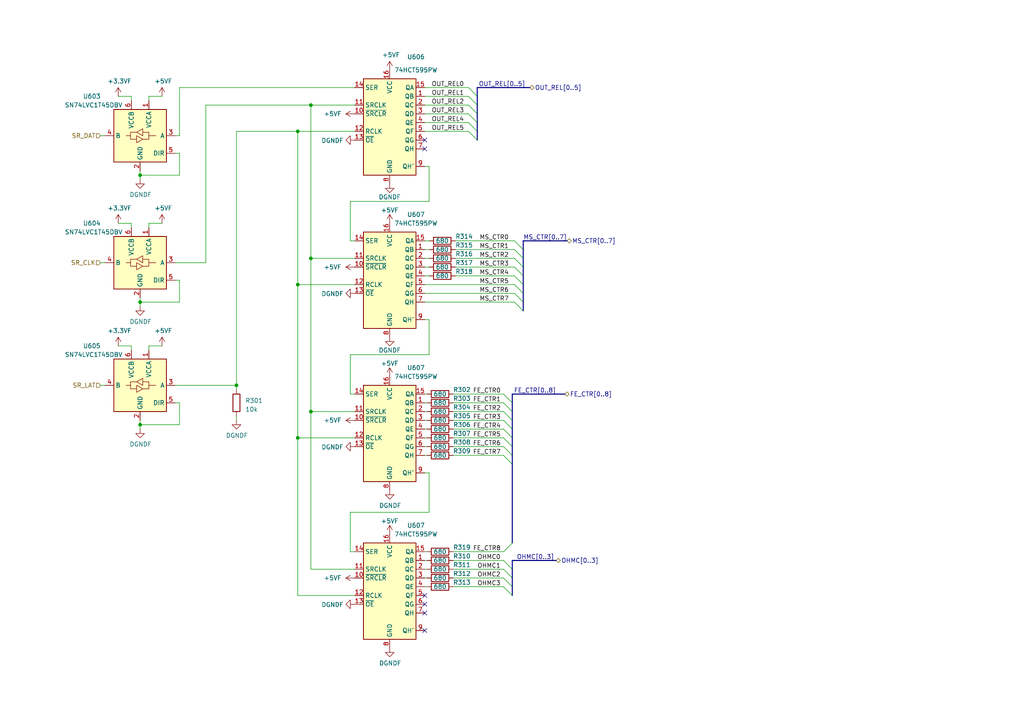
<source format=kicad_sch>
(kicad_sch (version 20230121) (generator eeschema)
  (paper "A4")
  (lib_symbols
    (symbol "74xx:74HCT595"
      (property "Reference" "U" (at -7.62 13.97 0))
      (property "Value" "74HCT595" (at -7.62 -16.51 0))
      (symbol "74HCT595_1_0"
        (pin tri_state line (at 10.16 7.62 180) (length 2.54) (name "QB") (number "1"))
        (pin input line (at -10.16 2.54 0) (length 2.54) (name "~{SRCLR}") (number "10"))
        (pin input line (at -10.16 5.08 0) (length 2.54) (name "SRCLK") (number "11"))
        (pin input line (at -10.16 -2.54 0) (length 2.54) (name "RCLK") (number "12"))
        (pin input line (at -10.16 -5.08 0) (length 2.54) (name "~{OE}") (number "13"))
        (pin input line (at -10.16 10.16 0) (length 2.54) (name "SER") (number "14"))
        (pin tri_state line (at 10.16 10.16 180) (length 2.54) (name "QA") (number "15"))
        (pin power_in line (at 0 15.24 270) (length 2.54) (name "VCC") (number "16"))
        (pin tri_state line (at 10.16 5.08 180) (length 2.54) (name "QC") (number "2"))
        (pin tri_state line (at 10.16 2.54 180) (length 2.54) (name "QD") (number "3"))
        (pin tri_state line (at 10.16 0 180) (length 2.54) (name "QE") (number "4"))
        (pin tri_state line (at 10.16 -2.54 180) (length 2.54) (name "QF") (number "5"))
        (pin tri_state line (at 10.16 -5.08 180) (length 2.54) (name "QG") (number "6"))
        (pin tri_state line (at 10.16 -7.62 180) (length 2.54) (name "QH") (number "7"))
        (pin power_in line (at 0 -17.78 90) (length 2.54) (name "GND") (number "8"))
        (pin output line (at 10.16 -12.7 180) (length 2.54) (name "QH'") (number "9"))
      )
      (symbol "74HCT595_1_1"
        (rectangle (start -7.62 12.7) (end 7.62 -15.24) (stroke (width 0.254)) (fill (type background)))
      )
    )
    (symbol "Device:R" (pin_numbers hide) (pin_names (offset 0))
      (property "Reference" "R" (at 2.032 0 90))
      (property "Value" "R" (at 0 0 90))
      (symbol "R_0_1"
        (rectangle (start -1.016 -2.54) (end 1.016 2.54) (stroke (width 0.254)))
      )
      (symbol "R_1_1"
        (pin passive line (at 0 3.81 270) (length 1.27) (name "~") (number "1"))
        (pin passive line (at 0 -3.81 90) (length 1.27) (name "~") (number "2"))
      )
    )
    (symbol "ETH1CDMM2:+3.3VF" (power) (pin_names (offset 0))
      (property "Value" "+3.3VF" (at 0 3.556 0))
      (symbol "+3.3VF_0_1"
        (polyline (pts (xy -0.762 1.27) (xy 0 2.54)))
        (polyline (pts (xy 0 0) (xy 0 2.54)))
        (polyline (pts (xy 0 2.54) (xy 0.762 1.27)))
      )
      (symbol "+3.3VF_1_1"
        (pin power_in line (at 0 0 90) (length 0) hide (name "+3.3VF") (number "1"))
      )
    )
    (symbol "ETH1CDMM2:+5VF" (power) (pin_names (offset 0))
      (property "Value" "+5VF" (at 0 3.556 0))
      (symbol "+5VF_0_1"
        (polyline (pts (xy -0.762 1.27) (xy 0 2.54)))
        (polyline (pts (xy 0 0) (xy 0 2.54)))
        (polyline (pts (xy 0 2.54) (xy 0.762 1.27)))
      )
      (symbol "+5VF_1_1"
        (pin power_in line (at 0 0 90) (length 0) hide (name "+5VF") (number "1"))
      )
    )
    (symbol "ETH1CDMM2:DGNDF" (power) (pin_names (offset 0))
      (property "Value" "DGNDF" (at 0 -3.81 0))
      (symbol "DGNDF_0_1"
        (polyline (pts (xy 0 0) (xy 0 -1.27) (xy 1.27 -1.27) (xy 0 -2.54) (xy -1.27 -1.27) (xy 0 -1.27)))
      )
      (symbol "DGNDF_1_1"
        (pin power_in line (at 0 0 270) (length 0) hide (name "DGNDF") (number "1"))
      )
    )
    (symbol "Logic_LevelTranslator:SN74LVC1T45DBV"
      (property "Reference" "U" (at -6.35 8.89 0))
      (property "Value" "SN74LVC1T45DBV" (at 3.81 8.89 0))
      (symbol "SN74LVC1T45DBV_0_1"
        (rectangle (start -7.62 7.62) (end 7.62 -7.62) (stroke (width 0.254)) (fill (type background)))
        (polyline (pts (xy -2.54 0) (xy -2.54 1.016) (xy -0.762 1.016)))
        (polyline (pts (xy 2.794 0) (xy 2.794 -1.016) (xy 1.016 -1.016)))
        (polyline (pts (xy -0.762 -1.016) (xy -2.54 -1.016) (xy -2.54 0) (xy -4.572 0)))
        (polyline (pts (xy -0.762 0) (xy -0.762 2.032) (xy 1.016 1.016) (xy -0.762 0)))
        (polyline (pts (xy 1.016 1.016) (xy 2.794 1.016) (xy 2.794 0) (xy 4.064 0)))
        (polyline (pts (xy 1.016 0) (xy 1.016 -1.778) (xy 1.016 -2.032) (xy -0.762 -1.016) (xy 1.016 0)))
      )
      (symbol "SN74LVC1T45DBV_1_1"
        (pin power_in line (at -2.54 10.16 270) (length 2.54) (name "VCCA") (number "1"))
        (pin power_in line (at 0 -10.16 90) (length 2.54) (name "GND") (number "2"))
        (pin bidirectional line (at -10.16 0 0) (length 2.54) (name "A") (number "3"))
        (pin bidirectional line (at 10.16 0 180) (length 2.54) (name "B") (number "4"))
        (pin input line (at -10.16 -5.08 0) (length 2.54) (name "DIR") (number "5"))
        (pin power_in line (at 2.54 10.16 270) (length 2.54) (name "VCCB") (number "6"))
      )
    )
  )
  (junction (at 40.64 50.8))
  (junction (at 86.36 82.55))
  (junction (at 68.58 111.76))
  (junction (at 86.36 38.1))
  (junction (at 90.17 74.93))
  (junction (at 90.17 119.38))
  (junction (at 90.17 30.48))
  (junction (at 40.64 87.63))
  (junction (at 40.64 123.19))
  (junction (at 86.36 127))
  (no_connect (at 123.19 43.18))
  (no_connect (at 123.19 175.26))
  (no_connect (at 123.19 40.64))
  (no_connect (at 123.19 182.88))
  (no_connect (at 123.19 172.72))
  (no_connect (at 123.19 177.8))
  (bus_entry (at 146.05 114.3) (size 2.54 2.54))
  (bus_entry (at 146.05 127) (size 2.54 2.54))
  (bus_entry (at 146.05 116.84) (size 2.54 2.54))
  (bus_entry (at 146.05 119.38) (size 2.54 2.54))
  (bus_entry (at 146.05 165.1) (size 2.54 2.54))
  (bus_entry (at 149.225 72.39) (size 2.54 2.54))
  (bus_entry (at 149.225 77.47) (size 2.54 2.54))
  (bus_entry (at 146.05 129.54) (size 2.54 2.54))
  (bus_entry (at 135.89 33.02) (size 2.54 2.54))
  (bus_entry (at 135.89 30.48) (size 2.54 2.54))
  (bus_entry (at 149.225 74.93) (size 2.54 2.54))
  (bus_entry (at 149.225 69.85) (size 2.54 2.54))
  (bus_entry (at 146.05 160.02) (size 2.54 -2.54))
  (bus_entry (at 146.05 121.92) (size 2.54 2.54))
  (bus_entry (at 135.89 27.94) (size 2.54 2.54))
  (bus_entry (at 135.89 38.1) (size 2.54 2.54))
  (bus_entry (at 146.05 170.18) (size 2.54 2.54))
  (bus_entry (at 149.225 80.01) (size 2.54 2.54))
  (bus_entry (at 149.225 85.09) (size 2.54 2.54))
  (bus_entry (at 146.05 162.56) (size 2.54 2.54))
  (bus_entry (at 135.89 25.4) (size 2.54 2.54))
  (bus_entry (at 146.05 132.08) (size 2.54 2.54))
  (bus_entry (at 149.225 87.63) (size 2.54 2.54))
  (bus_entry (at 149.225 82.55) (size 2.54 2.54))
  (bus_entry (at 146.05 124.46) (size 2.54 2.54))
  (bus_entry (at 146.05 167.64) (size 2.54 2.54))
  (bus_entry (at 135.89 35.56) (size 2.54 2.54))
  (wire (pts (xy 38.1 27.94) (xy 34.29 27.94)))
  (bus (pts (xy 151.765 85.09) (xy 151.765 82.55)))
  (wire (pts (xy 101.6 69.85) (xy 101.6 58.42)))
  (wire (pts (xy 132.08 80.01) (xy 149.225 80.01)))
  (bus (pts (xy 138.43 30.48) (xy 138.43 27.94)))
  (wire (pts (xy 90.17 30.48) (xy 59.69 30.48)))
  (wire (pts (xy 52.07 25.4) (xy 52.07 39.37)))
  (wire (pts (xy 86.36 38.1) (xy 102.87 38.1)))
  (wire (pts (xy 123.19 38.1) (xy 135.89 38.1)))
  (wire (pts (xy 123.19 77.47) (xy 124.46 77.47)))
  (wire (pts (xy 40.64 86.36) (xy 40.64 87.63)))
  (wire (pts (xy 124.46 102.87) (xy 124.46 92.71)))
  (wire (pts (xy 123.19 25.4) (xy 135.89 25.4)))
  (wire (pts (xy 123.19 119.38) (xy 123.825 119.38)))
  (wire (pts (xy 29.21 111.76) (xy 30.48 111.76)))
  (bus (pts (xy 148.59 124.46) (xy 148.59 121.92)))
  (wire (pts (xy 102.87 119.38) (xy 90.17 119.38)))
  (wire (pts (xy 40.64 50.8) (xy 40.64 52.07)))
  (bus (pts (xy 148.59 170.18) (xy 148.59 167.64)))
  (wire (pts (xy 52.07 123.19) (xy 52.07 116.84)))
  (wire (pts (xy 131.445 121.92) (xy 146.05 121.92)))
  (bus (pts (xy 138.43 25.4) (xy 153.67 25.4)))
  (bus (pts (xy 148.59 121.92) (xy 148.59 119.38)))
  (wire (pts (xy 131.445 116.84) (xy 146.05 116.84)))
  (wire (pts (xy 124.46 137.16) (xy 123.19 137.16)))
  (wire (pts (xy 43.18 29.21) (xy 43.18 27.94)))
  (wire (pts (xy 101.6 160.02) (xy 101.6 148.59)))
  (wire (pts (xy 102.87 74.93) (xy 90.17 74.93)))
  (wire (pts (xy 52.07 81.28) (xy 50.8 81.28)))
  (wire (pts (xy 40.64 87.63) (xy 52.07 87.63)))
  (wire (pts (xy 68.58 120.65) (xy 68.58 121.92)))
  (wire (pts (xy 86.36 82.55) (xy 86.36 127)))
  (wire (pts (xy 132.08 72.39) (xy 149.225 72.39)))
  (wire (pts (xy 86.36 82.55) (xy 86.36 38.1)))
  (wire (pts (xy 50.8 76.2) (xy 59.69 76.2)))
  (wire (pts (xy 123.19 132.08) (xy 123.825 132.08)))
  (bus (pts (xy 138.43 33.02) (xy 138.43 30.48)))
  (wire (pts (xy 131.445 160.02) (xy 146.05 160.02)))
  (bus (pts (xy 138.43 38.1) (xy 138.43 35.56)))
  (wire (pts (xy 43.18 27.94) (xy 46.99 27.94)))
  (wire (pts (xy 131.445 124.46) (xy 146.05 124.46)))
  (wire (pts (xy 131.445 119.38) (xy 146.05 119.38)))
  (wire (pts (xy 50.8 111.76) (xy 68.58 111.76)))
  (bus (pts (xy 148.59 172.72) (xy 148.59 170.18)))
  (bus (pts (xy 148.59 114.3) (xy 163.83 114.3)))
  (wire (pts (xy 29.21 76.2) (xy 30.48 76.2)))
  (bus (pts (xy 148.59 132.08) (xy 148.59 129.54)))
  (wire (pts (xy 123.19 114.3) (xy 123.825 114.3)))
  (wire (pts (xy 123.19 121.92) (xy 123.825 121.92)))
  (wire (pts (xy 123.19 82.55) (xy 149.225 82.55)))
  (wire (pts (xy 123.19 170.18) (xy 123.825 170.18)))
  (bus (pts (xy 148.59 127) (xy 148.59 124.46)))
  (wire (pts (xy 102.87 114.3) (xy 101.6 114.3)))
  (wire (pts (xy 38.1 100.33) (xy 34.29 100.33)))
  (wire (pts (xy 124.46 148.59) (xy 124.46 137.16)))
  (wire (pts (xy 59.69 30.48) (xy 59.69 76.2)))
  (bus (pts (xy 148.59 129.54) (xy 148.59 127)))
  (bus (pts (xy 148.59 162.56) (xy 161.29 162.56)))
  (wire (pts (xy 102.87 82.55) (xy 86.36 82.55)))
  (wire (pts (xy 40.64 87.63) (xy 40.64 88.9)))
  (bus (pts (xy 151.765 80.01) (xy 151.765 77.47)))
  (wire (pts (xy 40.64 50.8) (xy 52.07 50.8)))
  (wire (pts (xy 43.18 64.77) (xy 46.99 64.77)))
  (wire (pts (xy 102.87 160.02) (xy 101.6 160.02)))
  (wire (pts (xy 123.19 116.84) (xy 123.825 116.84)))
  (wire (pts (xy 38.1 64.77) (xy 34.29 64.77)))
  (wire (pts (xy 123.19 35.56) (xy 135.89 35.56)))
  (bus (pts (xy 151.765 72.39) (xy 151.765 69.85)))
  (wire (pts (xy 43.18 101.6) (xy 43.18 100.33)))
  (bus (pts (xy 151.765 77.47) (xy 151.765 74.93)))
  (bus (pts (xy 148.59 134.62) (xy 148.59 157.48)))
  (wire (pts (xy 102.87 172.72) (xy 86.36 172.72)))
  (wire (pts (xy 131.445 167.64) (xy 146.05 167.64)))
  (wire (pts (xy 38.1 101.6) (xy 38.1 100.33)))
  (bus (pts (xy 148.59 167.64) (xy 148.59 165.1)))
  (wire (pts (xy 52.07 50.8) (xy 52.07 44.45)))
  (bus (pts (xy 138.43 40.64) (xy 138.43 38.1)))
  (wire (pts (xy 123.19 33.02) (xy 135.89 33.02)))
  (wire (pts (xy 90.17 74.93) (xy 90.17 119.38)))
  (bus (pts (xy 138.43 35.56) (xy 138.43 33.02)))
  (wire (pts (xy 38.1 66.04) (xy 38.1 64.77)))
  (wire (pts (xy 124.46 48.26) (xy 123.19 48.26)))
  (wire (pts (xy 40.64 49.53) (xy 40.64 50.8)))
  (wire (pts (xy 123.19 127) (xy 123.825 127)))
  (bus (pts (xy 148.59 119.38) (xy 148.59 116.84)))
  (wire (pts (xy 124.46 92.71) (xy 123.19 92.71)))
  (wire (pts (xy 52.07 44.45) (xy 50.8 44.45)))
  (wire (pts (xy 123.19 167.64) (xy 123.825 167.64)))
  (bus (pts (xy 151.765 74.93) (xy 151.765 72.39)))
  (wire (pts (xy 86.36 127) (xy 86.36 172.72)))
  (wire (pts (xy 40.64 121.92) (xy 40.64 123.19)))
  (wire (pts (xy 131.445 170.18) (xy 146.05 170.18)))
  (wire (pts (xy 52.07 87.63) (xy 52.07 81.28)))
  (wire (pts (xy 102.87 69.85) (xy 101.6 69.85)))
  (wire (pts (xy 123.19 87.63) (xy 149.225 87.63)))
  (wire (pts (xy 131.445 114.3) (xy 146.05 114.3)))
  (wire (pts (xy 123.19 80.01) (xy 124.46 80.01)))
  (wire (pts (xy 52.07 116.84) (xy 50.8 116.84)))
  (wire (pts (xy 123.19 160.02) (xy 123.825 160.02)))
  (bus (pts (xy 151.765 69.85) (xy 164.465 69.85)))
  (wire (pts (xy 123.19 69.85) (xy 124.46 69.85)))
  (wire (pts (xy 123.19 165.1) (xy 123.825 165.1)))
  (bus (pts (xy 148.59 134.62) (xy 148.59 132.08)))
  (wire (pts (xy 43.18 66.04) (xy 43.18 64.77)))
  (wire (pts (xy 132.08 74.93) (xy 149.225 74.93)))
  (wire (pts (xy 90.17 30.48) (xy 90.17 74.93)))
  (bus (pts (xy 148.59 165.1) (xy 148.59 162.56)))
  (wire (pts (xy 132.08 69.85) (xy 149.225 69.85)))
  (wire (pts (xy 90.17 30.48) (xy 102.87 30.48)))
  (wire (pts (xy 101.6 114.3) (xy 101.6 102.87)))
  (wire (pts (xy 123.19 162.56) (xy 123.825 162.56)))
  (wire (pts (xy 123.19 85.09) (xy 149.225 85.09)))
  (bus (pts (xy 138.43 27.94) (xy 138.43 25.4)))
  (wire (pts (xy 86.36 38.1) (xy 68.58 38.1)))
  (wire (pts (xy 131.445 127) (xy 146.05 127)))
  (wire (pts (xy 102.87 165.1) (xy 90.17 165.1)))
  (wire (pts (xy 101.6 58.42) (xy 124.46 58.42)))
  (wire (pts (xy 40.64 123.19) (xy 52.07 123.19)))
  (wire (pts (xy 52.07 39.37) (xy 50.8 39.37)))
  (bus (pts (xy 148.59 116.84) (xy 148.59 114.3)))
  (wire (pts (xy 123.19 72.39) (xy 124.46 72.39)))
  (wire (pts (xy 124.46 58.42) (xy 124.46 48.26)))
  (wire (pts (xy 101.6 148.59) (xy 124.46 148.59)))
  (bus (pts (xy 151.765 87.63) (xy 151.765 85.09)))
  (bus (pts (xy 151.765 90.17) (xy 151.765 87.63)))
  (wire (pts (xy 68.58 111.76) (xy 68.58 113.03)))
  (wire (pts (xy 131.445 165.1) (xy 146.05 165.1)))
  (wire (pts (xy 40.64 123.19) (xy 40.64 124.46)))
  (wire (pts (xy 38.1 29.21) (xy 38.1 27.94)))
  (wire (pts (xy 68.58 38.1) (xy 68.58 111.76)))
  (wire (pts (xy 123.19 30.48) (xy 135.89 30.48)))
  (wire (pts (xy 101.6 102.87) (xy 124.46 102.87)))
  (wire (pts (xy 131.445 162.56) (xy 146.05 162.56)))
  (wire (pts (xy 131.445 129.54) (xy 146.05 129.54)))
  (wire (pts (xy 123.19 129.54) (xy 123.825 129.54)))
  (wire (pts (xy 90.17 119.38) (xy 90.17 165.1)))
  (wire (pts (xy 43.18 100.33) (xy 46.99 100.33)))
  (wire (pts (xy 132.08 77.47) (xy 149.225 77.47)))
  (wire (pts (xy 102.87 25.4) (xy 52.07 25.4)))
  (wire (pts (xy 123.19 124.46) (xy 123.825 124.46)))
  (wire (pts (xy 131.445 132.08) (xy 146.05 132.08)))
  (wire (pts (xy 123.19 27.94) (xy 135.89 27.94)))
  (wire (pts (xy 123.19 74.93) (xy 124.46 74.93)))
  (wire (pts (xy 29.21 39.37) (xy 30.48 39.37)))
  (bus (pts (xy 151.765 82.55) (xy 151.765 80.01)))
  (wire (pts (xy 102.87 127) (xy 86.36 127)))
  (label "OHMC[0..3]" (at 149.86 162.56 0))
  (label "MS_CTR4" (at 139.065 80.01 0))
  (label "OHMC3" (at 138.43 170.18 0))
  (label "FE_CTR[0..8]" (at 161.29 114.3 180))
  (label "FE_CTR6" (at 137.16 129.54 0))
  (label "OUT_REL3" (at 134.62 33.02 180))
  (label "FE_CTR1" (at 137.16 116.84 0))
  (label "OHMC1" (at 138.43 165.1 0))
  (label "MS_CTR5" (at 139.065 82.55 0))
  (label "OUT_REL5" (at 134.62 38.1 180))
  (label "MS_CTR1" (at 139.065 72.39 0))
  (label "FE_CTR3" (at 137.16 121.92 0))
  (label "OUT_REL2" (at 134.62 30.48 180))
  (label "OUT_REL[0..5]" (at 152.4 25.4 180))
  (label "MS_CTR3" (at 139.065 77.47 0))
  (label "MS_CTR0" (at 139.065 69.85 0))
  (label "MS_CTR6" (at 139.065 85.09 0))
  (label "FE_CTR8" (at 137.16 160.02 0))
  (label "OHMC2" (at 138.43 167.64 0))
  (label "OUT_REL1" (at 134.62 27.94 180))
  (label "OUT_REL0" (at 134.62 25.4 180))
  (label "FE_CTR7" (at 137.16 132.08 0))
  (label "FE_CTR0" (at 137.16 114.3 0))
  (label "FE_CTR4" (at 137.16 124.46 0))
  (label "MS_CTR2" (at 139.065 74.93 0))
  (label "FE_CTR5" (at 137.16 127 0))
  (label "MS_CTR7" (at 139.065 87.63 0))
  (label "OHMC0" (at 138.43 162.56 0))
  (label "FE_CTR2" (at 137.16 119.38 0))
  (label "OUT_REL4" (at 134.62 35.56 180))
  (label "MS_CTR[0..7]" (at 164.465 69.85 180))
  (hierarchical_label "OUT_REL[0..5]" (shape bidirectional) (at 153.67 25.4 0))
  (hierarchical_label "SR_CLK" (shape input) (at 29.21 76.2 180))
  (hierarchical_label "SR_LAT" (shape input) (at 29.21 111.76 180))
  (hierarchical_label "OHMC[0..3]" (shape bidirectional) (at 161.29 162.56 0))
  (hierarchical_label "SR_DAT" (shape input) (at 29.21 39.37 180))
  (hierarchical_label "MS_CTR[0..7]" (shape bidirectional) (at 164.465 69.85 0))
  (hierarchical_label "FE_CTR[0..8]" (shape bidirectional) (at 163.83 114.3 0))
  (symbol (lib_id "Device:R") (at 127.635 132.08 90) (unit 1)
    (property "Reference" "R309" (at 133.985 130.81 90))
    (property "Value" "680" (at 127.635 132.08 90))
    (property "Footprint" "Resistor_SMD:R_0603_1608Metric_Pad0.98x0.95mm_HandSolder" (effects hide))
  )
  (symbol (lib_id "ETH1CDMM2:+5VF") (at 102.87 77.47 90) (unit 1)
    (property "Reference" "#PWR0624" (effects hide))
    (property "Value" "+5VF" (at 99.06 77.47 90) (effects (justify left)))
    (instances (project "ADC_Test" (path "" (reference "#PWR0624") (unit 1))) (project "ETH1CDMM2" (path "" (reference "#PWR01425") (unit 1)) (path "" (reference "#PWR0312") (unit 1))))
  )
  (symbol (lib_id "Device:R") (at 127.635 114.3 90) (unit 1)
    (property "Reference" "R302" (at 133.985 113.03 90))
    (property "Value" "680" (at 127.635 114.3 90))
    (property "Footprint" "Resistor_SMD:R_0603_1608Metric_Pad0.98x0.95mm_HandSolder" (effects hide))
  )
  (symbol (lib_id "ETH1CDMM2:+3.3VF") (at 34.29 100.33 0) (unit 1)
    (property "Reference" "#PWR0610" (effects hide))
    (property "Value" "+3.3VF" (at 34.671 95.9358 0))
    (instances (project "ADC_Test" (path "" (reference "#PWR0610") (unit 1))) (project "ETH1CDMM2" (path "" (reference "#PWR01410") (unit 1)) (path "" (reference "#PWR0303") (unit 1))))
  )
  (symbol (lib_id "ETH1CDMM2:+5VF") (at 46.99 64.77 0) (unit 1)
    (property "Reference" "#PWR0617" (effects hide))
    (property "Value" "+5VF" (at 47.371 60.3758 0))
    (instances (project "ADC_Test" (path "" (reference "#PWR0617") (unit 1))) (project "ETH1CDMM2" (path "" (reference "#PWR01417") (unit 1)) (path "" (reference "#PWR0308") (unit 1))))
  )
  (symbol (lib_id "ETH1CDMM2:+5VF") (at 46.99 100.33 0) (unit 1)
    (property "Reference" "#PWR0618" (effects hide))
    (property "Value" "+5VF" (at 47.371 95.9358 0))
    (instances (project "ADC_Test" (path "" (reference "#PWR0618") (unit 1))) (project "ETH1CDMM2" (path "" (reference "#PWR01418") (unit 1)) (path "" (reference "#PWR0309") (unit 1))))
  )
  (symbol (lib_id "ETH1CDMM2:DGNDF") (at 40.64 52.07 0) (unit 1)
    (property "Reference" "#PWR0613" (effects hide))
    (property "Value" "DGNDF" (at 40.767 56.4642 0))
    (instances (project "ADC_Test" (path "" (reference "#PWR0613") (unit 1))) (project "ETH1CDMM2" (path "" (reference "#PWR01413") (unit 1)) (path "" (reference "#PWR0304") (unit 1))))
  )
  (symbol (lib_id "ETH1CDMM2:+3.3VF") (at 34.29 64.77 0) (unit 1)
    (property "Reference" "#PWR0609" (effects hide))
    (property "Value" "+3.3VF" (at 34.671 60.3758 0))
    (instances (project "ADC_Test" (path "" (reference "#PWR0609") (unit 1))) (project "ETH1CDMM2" (path "" (reference "#PWR01409") (unit 1)) (path "" (reference "#PWR0302") (unit 1))))
  )
  (symbol (lib_id "Device:R") (at 127.635 124.46 90) (unit 1)
    (property "Reference" "R306" (at 133.985 123.19 90))
    (property "Value" "680" (at 127.635 124.46 90))
    (property "Footprint" "Resistor_SMD:R_0603_1608Metric_Pad0.98x0.95mm_HandSolder" (effects hide))
  )
  (symbol (lib_id "ETH1CDMM2:DGNDF") (at 40.64 88.9 0) (unit 1)
    (property "Reference" "#PWR0614" (effects hide))
    (property "Value" "DGNDF" (at 40.767 93.2942 0))
    (instances (project "ADC_Test" (path "" (reference "#PWR0614") (unit 1))) (project "ETH1CDMM2" (path "" (reference "#PWR01414") (unit 1)) (path "" (reference "#PWR0305") (unit 1))))
  )
  (symbol (lib_id "ETH1CDMM2:DGNDF") (at 68.58 121.92 0) (unit 1)
    (property "Reference" "#PWR0615" (effects hide))
    (property "Value" "DGNDF" (at 68.707 126.3142 0))
    (instances (project "ADC_Test" (path "" (reference "#PWR0615") (unit 1))) (project "ETH1CDMM2" (path "" (reference "#PWR01415") (unit 1)) (path "" (reference "#PWR0322") (unit 1))))
  )
  (symbol (lib_id "ETH1CDMM2:+5VF") (at 113.03 20.32 0) (unit 1)
    (property "Reference" "#PWR0628" (effects hide))
    (property "Value" "+5VF" (at 113.411 15.9258 0))
    (instances (project "ADC_Test" (path "" (reference "#PWR0628") (unit 1))) (project "ETH1CDMM2" (path "" (reference "#PWR01429") (unit 1)) (path "" (reference "#PWR0314") (unit 1))))
  )
  (symbol (lib_id "ETH1CDMM2:DGNDF") (at 102.87 175.26 270) (unit 1)
    (property "Reference" "#PWR0625" (effects hide))
    (property "Value" "DGNDF" (at 99.6442 175.387 90) (effects (justify right)))
    (instances (project "ADC_Test" (path "" (reference "#PWR0625") (unit 1))) (project "ETH1CDMM2" (path "" (reference "#PWR01426") (unit 1)) (path "" (reference "#PWR0324") (unit 1))))
  )
  (symbol (lib_id "ETH1CDMM2:DGNDF") (at 40.64 124.46 0) (unit 1)
    (property "Reference" "#PWR0615" (effects hide))
    (property "Value" "DGNDF" (at 40.767 128.8542 0))
    (instances (project "ADC_Test" (path "" (reference "#PWR0615") (unit 1))) (project "ETH1CDMM2" (path "" (reference "#PWR01415") (unit 1)) (path "" (reference "#PWR0306") (unit 1))))
  )
  (symbol (lib_id "ETH1CDMM2:+5VF") (at 113.03 109.22 0) (unit 1)
    (property "Reference" "#PWR0630" (effects hide))
    (property "Value" "+5VF" (at 113.03 105.41 0))
    (instances (project "ADC_Test" (path "" (reference "#PWR0630") (unit 1))) (project "ETH1CDMM2" (path "" (reference "#PWR01431") (unit 1)) (path "" (reference "#PWR0320") (unit 1))))
  )
  (symbol (lib_id "Device:R") (at 127.635 160.02 90) (unit 1)
    (property "Reference" "R319" (at 133.985 158.75 90))
    (property "Value" "680" (at 127.635 160.02 90))
    (property "Footprint" "Resistor_SMD:R_0603_1608Metric_Pad0.98x0.95mm_HandSolder" (effects hide))
  )
  (symbol (lib_id "ETH1CDMM2:DGNDF") (at 102.87 85.09 270) (unit 1)
    (property "Reference" "#PWR0625" (effects hide))
    (property "Value" "DGNDF" (at 99.6442 85.217 90) (effects (justify right)))
    (instances (project "ADC_Test" (path "" (reference "#PWR0625") (unit 1))) (project "ETH1CDMM2" (path "" (reference "#PWR01426") (unit 1)) (path "" (reference "#PWR0313") (unit 1))))
  )
  (symbol (lib_id "ETH1CDMM2:DGNDF") (at 113.03 97.79 0) (unit 1)
    (property "Reference" "#PWR0631" (effects hide))
    (property "Value" "DGNDF" (at 113.03 101.6 0))
    (instances (project "ADC_Test" (path "" (reference "#PWR0631") (unit 1))) (project "ETH1CDMM2" (path "" (reference "#PWR01432") (unit 1)) (path "" (reference "#PWR0317") (unit 1))))
  )
  (symbol (lib_id "Logic_LevelTranslator:SN74LVC1T45DBV") (at 40.64 111.76 0) (mirror y) (unit 1)
    (property "Reference" "U605" (at 29.21 100.33 0) (effects (justify left)))
    (property "Value" "SN74LVC1T45DBV" (at 35.56 102.87 0) (effects (justify left)))
    (property "Footprint" "Package_TO_SOT_SMD:SOT-23-6" (effects hide))
    (property "Datasheet" "http://www.ti.com/lit/ds/symlink/sn74lvc1t45.pdf" (effects hide))
    (instances (project "ADC_Test" (path "" (reference "U605") (unit 1))) (project "ETH1CDMM2" (path "" (reference "U1405") (unit 1)) (path "" (reference "U303") (unit 1))))
  )
  (symbol (lib_id "ETH1CDMM2:+5VF") (at 113.03 154.94 0) (unit 1)
    (property "Reference" "#PWR0630" (effects hide))
    (property "Value" "+5VF" (at 113.03 151.13 0))
    (instances (project "ADC_Test" (path "" (reference "#PWR0630") (unit 1))) (project "ETH1CDMM2" (path "" (reference "#PWR01431") (unit 1)) (path "" (reference "#PWR0325") (unit 1))))
  )
  (symbol (lib_id "Device:R") (at 127.635 127 90) (unit 1)
    (property "Reference" "R307" (at 133.985 125.73 90))
    (property "Value" "680" (at 127.635 127 90))
    (property "Footprint" "Resistor_SMD:R_0603_1608Metric_Pad0.98x0.95mm_HandSolder" (effects hide))
  )
  (symbol (lib_id "Device:R") (at 127.635 165.1 90) (unit 1)
    (property "Reference" "R311" (at 133.985 163.83 90))
    (property "Value" "680" (at 127.635 165.1 90))
    (property "Footprint" "Resistor_SMD:R_0603_1608Metric_Pad0.98x0.95mm_HandSolder" (effects hide))
  )
  (symbol (lib_id "Device:R") (at 128.27 69.85 90) (unit 1)
    (property "Reference" "R314" (at 134.62 68.58 90))
    (property "Value" "680" (at 128.27 69.85 90))
    (property "Footprint" "Resistor_SMD:R_0603_1608Metric_Pad0.98x0.95mm_HandSolder" (effects hide))
  )
  (symbol (lib_id "ETH1CDMM2:+5VF") (at 113.03 64.77 0) (unit 1)
    (property "Reference" "#PWR0630" (effects hide))
    (property "Value" "+5VF" (at 113.03 60.96 0))
    (instances (project "ADC_Test" (path "" (reference "#PWR0630") (unit 1))) (project "ETH1CDMM2" (path "" (reference "#PWR01431") (unit 1)) (path "" (reference "#PWR0316") (unit 1))))
  )
  (symbol (lib_id "74xx:74HCT595") (at 113.03 80.01 0) (unit 1)
    (property "Reference" "U607" (at 120.65 62.23 0))
    (property "Value" "74HCT595PW" (at 120.65 64.77 0))
    (property "Footprint" "Package_SO:TSSOP-16_4.4x5mm_P0.65mm" (effects hide))
    (property "Datasheet" "https://assets.nexperia.com/documents/data-sheet/74HC_HCT595.pdf" (effects hide))
    (instances (project "ADC_Test" (path "" (reference "U607") (unit 1))) (project "ETH1CDMM2" (path "" (reference "U1407") (unit 1)) (path "" (reference "U305") (unit 1))))
  )
  (symbol (lib_id "ETH1CDMM2:DGNDF") (at 113.03 53.34 0) (unit 1)
    (property "Reference" "#PWR0629" (effects hide))
    (property "Value" "DGNDF" (at 113.03 57.15 0))
    (instances (project "ADC_Test" (path "" (reference "#PWR0629") (unit 1))) (project "ETH1CDMM2" (path "" (reference "#PWR01430") (unit 1)) (path "" (reference "#PWR0315") (unit 1))))
  )
  (symbol (lib_id "ETH1CDMM2:DGNDF") (at 102.87 129.54 270) (unit 1)
    (property "Reference" "#PWR0625" (effects hide))
    (property "Value" "DGNDF" (at 99.6442 129.667 90) (effects (justify right)))
    (instances (project "ADC_Test" (path "" (reference "#PWR0625") (unit 1))) (project "ETH1CDMM2" (path "" (reference "#PWR01426") (unit 1)) (path "" (reference "#PWR0319") (unit 1))))
  )
  (symbol (lib_id "74xx:74HCT595") (at 113.03 35.56 0) (unit 1)
    (property "Reference" "U606" (at 120.65 16.51 0))
    (property "Value" "74HCT595PW" (at 120.65 20.32 0))
    (property "Footprint" "Package_SO:TSSOP-16_4.4x5mm_P0.65mm" (effects hide))
    (property "Datasheet" "https://assets.nexperia.com/documents/data-sheet/74HC_HCT595.pdf" (effects hide))
    (instances (project "ADC_Test" (path "" (reference "U606") (unit 1))) (project "ETH1CDMM2" (path "" (reference "U1406") (unit 1)) (path "" (reference "U304") (unit 1))))
  )
  (symbol (lib_id "ETH1CDMM2:+5VF") (at 102.87 121.92 90) (unit 1)
    (property "Reference" "#PWR0624" (effects hide))
    (property "Value" "+5VF" (at 99.06 121.92 90) (effects (justify left)))
    (instances (project "ADC_Test" (path "" (reference "#PWR0624") (unit 1))) (project "ETH1CDMM2" (path "" (reference "#PWR01425") (unit 1)) (path "" (reference "#PWR0318") (unit 1))))
  )
  (symbol (lib_id "ETH1CDMM2:DGNDF") (at 113.03 187.96 0) (unit 1)
    (property "Reference" "#PWR0631" (effects hide))
    (property "Value" "DGNDF" (at 113.157 192.3542 0))
    (instances (project "ADC_Test" (path "" (reference "#PWR0631") (unit 1))) (project "ETH1CDMM2" (path "" (reference "#PWR01432") (unit 1)) (path "" (reference "#PWR0326") (unit 1))))
  )
  (symbol (lib_id "Device:R") (at 128.27 74.93 90) (unit 1)
    (property "Reference" "R316" (at 134.62 73.66 90))
    (property "Value" "680" (at 128.27 74.93 90))
    (property "Footprint" "Resistor_SMD:R_0603_1608Metric_Pad0.98x0.95mm_HandSolder" (effects hide))
  )
  (symbol (lib_id "ETH1CDMM2:+5VF") (at 102.87 167.64 90) (unit 1)
    (property "Reference" "#PWR0624" (effects hide))
    (property "Value" "+5VF" (at 99.06 167.64 90) (effects (justify left)))
    (instances (project "ADC_Test" (path "" (reference "#PWR0624") (unit 1))) (project "ETH1CDMM2" (path "" (reference "#PWR01425") (unit 1)) (path "" (reference "#PWR0323") (unit 1))))
  )
  (symbol (lib_id "Device:R") (at 128.27 72.39 90) (unit 1)
    (property "Reference" "R315" (at 134.62 71.12 90))
    (property "Value" "680" (at 128.27 72.39 90))
    (property "Footprint" "Resistor_SMD:R_0603_1608Metric_Pad0.98x0.95mm_HandSolder" (effects hide))
  )
  (symbol (lib_id "Device:R") (at 127.635 167.64 90) (unit 1)
    (property "Reference" "R312" (at 133.985 166.37 90))
    (property "Value" "680" (at 127.635 167.64 90))
    (property "Footprint" "Resistor_SMD:R_0603_1608Metric_Pad0.98x0.95mm_HandSolder" (effects hide))
  )
  (symbol (lib_id "ETH1CDMM2:+5VF") (at 46.99 27.94 0) (unit 1)
    (property "Reference" "#PWR0616" (effects hide))
    (property "Value" "+5VF" (at 47.371 23.5458 0))
    (instances (project "ADC_Test" (path "" (reference "#PWR0616") (unit 1))) (project "ETH1CDMM2" (path "" (reference "#PWR01416") (unit 1)) (path "" (reference "#PWR0307") (unit 1))))
  )
  (symbol (lib_id "Device:R") (at 127.635 162.56 90) (unit 1)
    (property "Reference" "R310" (at 133.985 161.29 90))
    (property "Value" "680" (at 127.635 162.56 90))
    (property "Footprint" "Resistor_SMD:R_0603_1608Metric_Pad0.98x0.95mm_HandSolder" (effects hide))
  )
  (symbol (lib_id "Device:R") (at 127.635 170.18 90) (unit 1)
    (property "Reference" "R313" (at 133.985 168.91 90))
    (property "Value" "680" (at 127.635 170.18 90))
    (property "Footprint" "Resistor_SMD:R_0603_1608Metric_Pad0.98x0.95mm_HandSolder" (effects hide))
  )
  (symbol (lib_id "Device:R") (at 128.27 77.47 90) (unit 1)
    (property "Reference" "R317" (at 134.62 76.2 90))
    (property "Value" "680" (at 128.27 77.47 90))
    (property "Footprint" "Resistor_SMD:R_0603_1608Metric_Pad0.98x0.95mm_HandSolder" (effects hide))
  )
  (symbol (lib_id "ETH1CDMM2:DGNDF") (at 102.87 40.64 270) (unit 1)
    (property "Reference" "#PWR0623" (effects hide))
    (property "Value" "DGNDF" (at 99.6442 40.767 90) (effects (justify right)))
    (instances (project "ADC_Test" (path "" (reference "#PWR0623") (unit 1))) (project "ETH1CDMM2" (path "" (reference "#PWR01424") (unit 1)) (path "" (reference "#PWR0311") (unit 1))))
  )
  (symbol (lib_id "Device:R") (at 127.635 119.38 90) (unit 1)
    (property "Reference" "R304" (at 133.985 118.11 90))
    (property "Value" "680" (at 127.635 119.38 90))
    (property "Footprint" "Resistor_SMD:R_0603_1608Metric_Pad0.98x0.95mm_HandSolder" (effects hide))
  )
  (symbol (lib_id "Logic_LevelTranslator:SN74LVC1T45DBV") (at 40.64 39.37 0) (mirror y) (unit 1)
    (property "Reference" "U603" (at 29.21 27.94 0) (effects (justify left)))
    (property "Value" "SN74LVC1T45DBV" (at 35.56 30.48 0) (effects (justify left)))
    (property "Footprint" "Package_TO_SOT_SMD:SOT-23-6" (effects hide))
    (property "Datasheet" "http://www.ti.com/lit/ds/symlink/sn74lvc1t45.pdf" (effects hide))
    (instances (project "ADC_Test" (path "" (reference "U603") (unit 1))) (project "ETH1CDMM2" (path "" (reference "U1403") (unit 1)) (path "" (reference "U301") (unit 1))))
  )
  (symbol (lib_id "74xx:74HCT595") (at 113.03 124.46 0) (unit 1)
    (property "Reference" "U607" (at 120.65 106.68 0))
    (property "Value" "74HCT595PW" (at 120.65 109.22 0))
    (property "Footprint" "Package_SO:TSSOP-16_4.4x5mm_P0.65mm" (effects hide))
    (property "Datasheet" "https://assets.nexperia.com/documents/data-sheet/74HC_HCT595.pdf" (effects hide))
    (instances (project "ADC_Test" (path "" (reference "U607") (unit 1))) (project "ETH1CDMM2" (path "" (reference "U1407") (unit 1)) (path "" (reference "U306") (unit 1))))
  )
  (symbol (lib_id "Device:R") (at 68.58 116.84 0) (unit 1)
    (property "Reference" "R301" (at 71.12 116.205 0) (effects (justify left)))
    (property "Value" "10k" (at 71.12 118.745 0) (effects (justify left)))
    (property "Footprint" "Resistor_SMD:R_0603_1608Metric_Pad0.98x0.95mm_HandSolder" (effects hide))
  )
  (symbol (lib_id "Device:R") (at 127.635 121.92 90) (unit 1)
    (property "Reference" "R305" (at 133.985 120.65 90))
    (property "Value" "680" (at 127.635 121.92 90))
    (property "Footprint" "Resistor_SMD:R_0603_1608Metric_Pad0.98x0.95mm_HandSolder" (effects hide))
  )
  (symbol (lib_id "74xx:74HCT595") (at 113.03 170.18 0) (unit 1)
    (property "Reference" "U607" (at 120.65 152.4 0))
    (property "Value" "74HCT595PW" (at 120.65 154.94 0))
    (property "Footprint" "Package_SO:TSSOP-16_4.4x5mm_P0.65mm" (effects hide))
    (property "Datasheet" "https://assets.nexperia.com/documents/data-sheet/74HC_HCT595.pdf" (effects hide))
    (instances (project "ADC_Test" (path "" (reference "U607") (unit 1))) (project "ETH1CDMM2" (path "" (reference "U1407") (unit 1)) (path "" (reference "U307") (unit 1))))
  )
  (symbol (lib_id "ETH1CDMM2:+5VF") (at 102.87 33.02 90) (unit 1)
    (property "Reference" "#PWR0622" (effects hide))
    (property "Value" "+5VF" (at 99.06 33.02 90) (effects (justify left)))
    (instances (project "ADC_Test" (path "" (reference "#PWR0622") (unit 1))) (project "ETH1CDMM2" (path "" (reference "#PWR01423") (unit 1)) (path "" (reference "#PWR0310") (unit 1))))
  )
  (symbol (lib_id "ETH1CDMM2:DGNDF") (at 113.03 142.24 0) (unit 1)
    (property "Reference" "#PWR0631" (effects hide))
    (property "Value" "DGNDF" (at 113.157 146.6342 0))
    (instances (project "ADC_Test" (path "" (reference "#PWR0631") (unit 1))) (project "ETH1CDMM2" (path "" (reference "#PWR01432") (unit 1)) (path "" (reference "#PWR0321") (unit 1))))
  )
  (symbol (lib_id "Device:R") (at 127.635 129.54 90) (unit 1)
    (property "Reference" "R308" (at 133.985 128.27 90))
    (property "Value" "680" (at 127.635 129.54 90))
    (property "Footprint" "Resistor_SMD:R_0603_1608Metric_Pad0.98x0.95mm_HandSolder" (effects hide))
  )
  (symbol (lib_id "Logic_LevelTranslator:SN74LVC1T45DBV") (at 40.64 76.2 0) (mirror y) (unit 1)
    (property "Reference" "U604" (at 29.21 64.77 0) (effects (justify left)))
    (property "Value" "SN74LVC1T45DBV" (at 35.56 67.31 0) (effects (justify left)))
    (property "Footprint" "Package_TO_SOT_SMD:SOT-23-6" (effects hide))
    (property "Datasheet" "http://www.ti.com/lit/ds/symlink/sn74lvc1t45.pdf" (effects hide))
    (instances (project "ADC_Test" (path "" (reference "U604") (unit 1))) (project "ETH1CDMM2" (path "" (reference "U1404") (unit 1)) (path "" (reference "U302") (unit 1))))
  )
  (symbol (lib_id "Device:R") (at 128.27 80.01 90) (unit 1)
    (property "Reference" "R318" (at 134.62 78.74 90))
    (property "Value" "680" (at 128.27 80.01 90))
    (property "Footprint" "Resistor_SMD:R_0603_1608Metric_Pad0.98x0.95mm_HandSolder" (effects hide))
  )
  (symbol (lib_id "Device:R") (at 127.635 116.84 90) (unit 1)
    (property "Reference" "R303" (at 133.985 115.57 90))
    (property "Value" "680" (at 127.635 116.84 90))
    (property "Footprint" "Resistor_SMD:R_0603_1608Metric_Pad0.98x0.95mm_HandSolder" (effects hide))
  )
  (symbol (lib_id "ETH1CDMM2:+3.3VF") (at 34.29 27.94 0) (unit 1)
    (property "Reference" "#PWR0608" (effects hide))
    (property "Value" "+3.3VF" (at 34.671 23.5458 0))
    (instances (project "ADC_Test" (path "" (reference "#PWR0608") (unit 1))) (project "ETH1CDMM2" (path "" (reference "#PWR01408") (unit 1)) (path "" (reference "#PWR0301") (unit 1))))
  )
)
</source>
